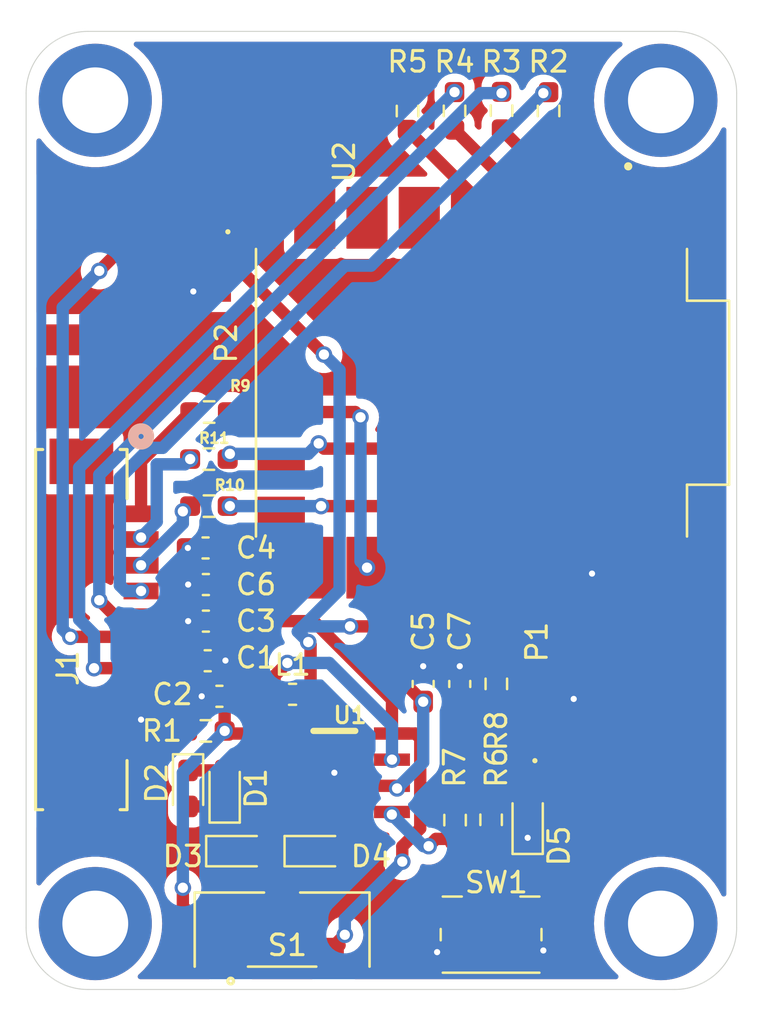
<source format=kicad_pcb>
(kicad_pcb (version 20240108) (generator "pcbnew") (generator_version "8.0")
  (layers (0 "F.Cu" signal) (31 "B.Cu" signal) (34 "B.Paste" user) (35 "F.Paste" user) (36 "B.SilkS" user "B.Silkscreen") (37 "F.SilkS" user "F.Silkscreen") (38 "B.Mask" user) (39 "F.Mask" user) (44 "Edge.Cuts" user))
  (net 0 "")
  (net 1 "Net-(C1-Pad1)")
  (net 2 "Earth")
  (net 3 "B_VIN")
  (net 4 "B_VOUT")
  (net 5 "BAT")
  (net 6 "Net-(C7-Pad1)")
  (net 7 "Net-(D1-A)")
  (net 8 "Net-(D1-K)")
  (net 9 "Net-(D3-A)")
  (net 10 "Net-(D5-A)")
  (net 11 "/DRDY")
  (net 12 "5VCC")
  (net 13 "/RESET")
  (net 14 "/SYNC{slash}PDWN")
  (net 15 "/CS")
  (net 17 "/DIN")
  (net 18 "/DOUT")
  (net 19 "/SCLK")
  (net 20 "Net-(U1-SW)")
  (net 21 "Net-(U2-A0{slash}D0)")
  (net 22 "Net-(U2-A1{slash}D1)")
  (net 23 "Net-(U2-A2{slash}D2)")
  (net 24 "Net-(U2-A3{slash}D3)")
  (net 25 "Net-(U1-KEY)")
  (net 26 "Net-(R7-Pad2)")
  (net 27 "Net-(U2-D8{slash}SCK)")
  (net 28 "Net-(U2-D9{slash}MISO)")
  (net 29 "Net-(U2-D10{slash}MOSI)")
  (footprint "Capacitor_SMD:C_0603_1608Metric_Pad1.08x0.95mm_HandSolder" (layer "F.Cu") (at 146.496 81.935)
    (property "Reference" "C1" (at 2.348 -0.147 0) (layer "F.SilkS"))
    (property "Value" "10u")
    (fp_line (start -0.146267 -0.51) (end 0.146267 -0.51) (stroke (width 0.12)) (layer "F.SilkS"))
    (fp_line (start -0.146267 0.51) (end 0.146267 0.51) (stroke (width 0.12)) (layer "F.SilkS"))
    (pad "1" smd roundrect (at -0.8625 0) (size 1.075 0.95) (layers "F.Cu" "F.Paste" "F.Mask") (net 1 "Net-(C1-Pad1)"))
    (pad "2" smd roundrect (at 0.8625 0) (size 1.075 0.95) (layers "F.Cu" "F.Paste" "F.Mask") (net 2 "Earth"))
  )
  (footprint "Capacitor_SMD:C_0603_1608Metric_Pad1.08x0.95mm_HandSolder" (layer "F.Cu") (at 146.3925 76.454 180)
    (property "Reference" "C4" (at -2.4515 0 180) (layer "F.SilkS"))
    (property "Value" "22u")
    (fp_line (start -0.146267 0.51) (end 0.146267 0.51) (stroke (width 0.12)) (layer "F.SilkS"))
    (fp_line (start -0.146267 -0.51) (end 0.146267 -0.51) (stroke (width 0.12)) (layer "F.SilkS"))
    (pad "1" smd roundrect (at -0.8625 0 180) (size 1.075 0.95) (layers "F.Cu" "F.Paste" "F.Mask") (net 4 "B_VOUT"))
    (pad "2" smd roundrect (at 0.8625 0 180) (size 1.075 0.95) (layers "F.Cu" "F.Paste" "F.Mask") (net 2 "Earth"))
  )
  (footprint "Resistor_SMD:R_0603_1608Metric_Pad0.98x0.95mm_HandSolder" (layer "F.Cu") (at 158.496 55.217334 -90)
    (property "Reference" "R4" (at -2.385334 0 180) (layer "F.SilkS"))
    (property "Value" "100")
    (fp_line (start -0.254724 0.5225) (end 0.254724 0.5225) (stroke (width 0.12)) (layer "F.SilkS"))
    (fp_line (start -0.254724 -0.5225) (end 0.254724 -0.5225) (stroke (width 0.12)) (layer "F.SilkS"))
    (pad "1" smd roundrect (at -0.9125 0 270) (size 0.975 0.95) (layers "F.Cu" "F.Paste" "F.Mask") (net 14 "/SYNC{slash}PDWN"))
    (pad "2" smd roundrect (at 0.9125 0 270) (size 0.975 0.95) (layers "F.Cu" "F.Paste" "F.Mask") (net 23 "Net-(U2-A2{slash}D2)"))
  )
  (footprint "daFootprints:102010448" (layer "F.Cu") (at 159.3205 68.9125 -90)
    (property "Reference" "U2" (at -11.2225 6.1875 90) (layer "F.SilkS"))
    (property "Value" "102010448")
    (fp_line (start 6.9837 10.4775) (end -6.9837 10.4775) (stroke (width 0.127)) (layer "F.SilkS"))
    (fp_line (start -6.9837 -10.4775) (end -4.47 -10.4775) (stroke (width 0.127)) (layer "F.SilkS"))
    (fp_line (start -4.47 -10.4775) (end -4.47 -12.5225) (stroke (width 0.127)) (layer "F.SilkS"))
    (fp_line (start 4.47 -10.4775) (end 6.9837 -10.4775) (stroke (width 0.127)) (layer "F.SilkS"))
    (fp_line (start -4.47 -12.5225) (end 4.47 -12.5225) (stroke (width 0.127)) (layer "F.SilkS"))
    (fp_line (start 4.47 -12.5225) (end 4.47 -10.4775) (stroke (width 0.127)) (layer "F.SilkS"))
    (fp_circle (center -11 -7.62) (end -10.9 -7.62) (stroke (width 0.2)) (fill none) (layer "F.SilkS"))
    (pad "0" smd roundrect (at -8.5 -7.62 270) (size 3 2) (layers "F.Cu" "F.Paste" "F.Mask") (roundrect_rratio 0.015) (net 21 "Net-(U2-A0{slash}D0)"))
    (pad "1" smd roundrect (at -8.5 -5.08 270) (size 3 2) (layers "F.Cu" "F.Paste" "F.Mask") (roundrect_rratio 0.015) (net 22 "Net-(U2-A1{slash}D1)"))
    (pad "2" smd roundrect (at -8.5 -2.54 270) (size 3 2) (layers "F.Cu" "F.Paste" "F.Mask") (roundrect_rratio 0.015) (net 23 "Net-(U2-A2{slash}D2)"))
    (pad "3" smd roundrect (at -8.5 0 270) (size 3 2) (layers "F.Cu" "F.Paste" "F.Mask") (roundrect_rratio 0.015) (net 24 "Net-(U2-A3{slash}D3)"))
    (pad "3V3" smd roundrect (at 8.5 -2.54 270) (size 3 2) (layers "F.Cu" "F.Paste" "F.Mask") (roundrect_rratio 0.015))
    (pad "4" smd roundrect (at -8.5 2.54 270) (size 3 2) (layers "F.Cu" "F.Paste" "F.Mask") (roundrect_rratio 0.015))
    (pad "5" smd roundrect (at -8.5 5.08 270) (size 3 2) (layers "F.Cu" "F.Paste" "F.Mask") (roundrect_rratio 0.015))
    (pad "6" smd roundrect (at -8.5 7.62 270) (size 3 2) (layers "F.Cu" "F.Paste" "F.Mask") (roundrect_rratio 0.015))
    (pad "7" smd roundrect (at 8.5 7.62 270) (size 3 2) (layers "F.Cu" "F.Paste" "F.Mask") (roundrect_rratio 0.015))
    (pad "8" smd roundrect (at 8.5 5.08 270) (size 3 2) (layers "F.Cu" "F.Paste" "F.Mask") (roundrect_rratio 0.015) (net 27 "Net-(U2-D8{slash}SCK)"))
    (pad "9" smd roundrect (at 8.5 2.54 270) (size 3 2) (layers "F.Cu" "F.Paste" "F.Mask") (roundrect_rratio 0.015) (net 28 "Net-(U2-D9{slash}MISO)"))
    (pad "10" smd roundrect (at 8.5 0 270) (size 3 2) (layers "F.Cu" "F.Paste" "F.Mask") (roundrect_rratio 0.015) (net 29 "Net-(U2-D10{slash}MOSI)"))
    (pad "BAT_N" smd roundrect (at -4.5 -2.2 270) (size 2.3 1.3) (layers "F.Cu" "F.Paste" "F.Mask") (roundrect_rratio 0.02))
    (pad "BAT_P" smd roundrect (at -4.5 -0.3 270) (size 2.3 1.3) (layers "F.Cu" "F.Paste" "F.Mask") (roundrect_rratio 0.02))
    (pad "GND" smd roundrect (at 8.5 -5.08 270) (size 3 2) (layers "F.Cu" "F.Paste" "F.Mask") (roundrect_rratio 0.015) (net 2 "Earth"))
    (pad "NFC1" smd roundrect (at 3.8 9.25 270) (size 1.3 2.3) (layers "F.Cu" "F.Paste" "F.Mask") (roundrect_rratio 0.02))
    (pad "NFC2" smd roundrect (at 5.7 9.25 270) (size 1.3 2.3) (layers "F.Cu" "F.Paste" "F.Mask") (roundrect_rratio 0.02))
    (pad "TP1" smd circle (at 1.27 -5.85 270) (size 1.5 1.5) (layers "F.Cu" "F.Paste" "F.Mask"))
    (pad "TP2" smd circle (at -1.27 -5.85 270) (size 1.5 1.5) (layers "F.Cu" "F.Paste" "F.Mask"))
    (pad "TP3" smd circle (at 1.27 -8.39 270) (size 1.5 1.5) (layers "F.Cu" "F.Paste" "F.Mask"))
    (pad "TP5" smd circle (at -1.27 -8.39 270) (size 1.5 1.5) (layers "F.Cu" "F.Paste" "F.Mask"))
    (pad "VUSB" smd roundrect (at 8.5 -7.62 270) (size 3 2) (layers "F.Cu" "F.Paste" "F.Mask") (roundrect_rratio 0.015) (net 12 "5VCC"))
    (zone (net 0) (net_name "") (layer "F.Cu") (connect_pads (clearance 0)) (min_thickness 0.01)
      (keepout (tracks not_allowed) (vias not_allowed) (pads not_allowed) (copperpour not_allowed) (footprints allowed))
      (fill (thermal_gap 0.508) (thermal_bridge_width 0.508))
      (polygon (pts (xy 165.8385 63.6955) (xy 165.8385 65.4735) (xy 163.1715 65.4735) (xy 163.1715 63.6955)))
    )
    (zone (net 0) (net_name "") (layer "F.Cu") (connect_pads (clearance 0)) (min_thickness 0.01)
      (keepout (tracks not_allowed) (vias not_allowed) (pads not_allowed) (copperpour not_allowed) (footprints allowed))
      (fill (thermal_gap 0.508) (thermal_bridge_width 0.508))
      (polygon (pts (xy 165.8385 72.3315) (xy 165.8385 74.1095) (xy 163.1715 74.1095) (xy 163.1715 72.3315)))
    )
    (zone (net 0) (net_name "") (layer "F.Cu") (connect_pads (clearance 0)) (min_thickness 0.01)
      (keepout (tracks not_allowed) (vias not_allowed) (pads not_allowed) (copperpour not_allowed) (footprints allowed))
      (fill (thermal_gap 0.508) (thermal_bridge_width 0.508))
      (polygon (pts (xy 169.9025 63.6955) (xy 169.9025 65.4735) (xy 167.2355 65.4735) (xy 167.2355 63.6955)))
    )
    (zone (net 0) (net_name "") (layer "F.Cu") (connect_pads (clearance 0)) (min_thickness 0.01)
      (keepout (tracks not_allowed) (vias not_allowed) (pads not_allowed) (copperpour not_allowed) (footprints allowed))
      (fill (thermal_gap 0.508) (thermal_bridge_width 0.508))
      (polygon (pts (xy 169.9025 72.3315) (xy 169.9025 74.1095) (xy 167.2355 74.1095) (xy 167.2355 72.3315)))
    )
  )
  (footprint "Capacitor_SMD:C_0603_1608Metric_Pad1.08x0.95mm_HandSolder" (layer "F.Cu") (at 146.4075 78.232 180)
    (property "Reference" "C6" (at -2.4365 0 180) (layer "F.SilkS"))
    (property "Value" "22u")
    (fp_line (start -0.146267 0.51) (end 0.146267 0.51) (stroke (width 0.12)) (layer "F.SilkS"))
    (fp_line (start -0.146267 -0.51) (end 0.146267 -0.51) (stroke (width 0.12)) (layer "F.SilkS"))
    (pad "1" smd roundrect (at -0.8625 0 180) (size 1.075 0.95) (layers "F.Cu" "F.Paste" "F.Mask") (net 4 "B_VOUT"))
    (pad "2" smd roundrect (at 0.8625 0 180) (size 1.075 0.95) (layers "F.Cu" "F.Paste" "F.Mask") (net 2 "Earth"))
  )
  (footprint "MountingHole:MountingHole_3.2mm_M3_ISO14580_Pad_TopBottom" (layer "F.Cu") (at 168.53 54.705)
    (property "Reference" "H1" (hide yes))
    (property "Value" "MountingHole" (hide yes))
    (pad "1" thru_hole circle (at 0 0) (size 3.6 3.6) (drill 3.2) (layers "*.Cu" "*.Mask"))
    (pad "1" connect circle (at 0 0) (size 5.5 5.5) (layers "F.Cu" "F.Mask"))
    (pad "1" connect circle (at 0 0) (size 5.5 5.5) (layers "B.Cu" "B.Mask"))
  )
  (footprint "LED_SMD:LED_0603_1608Metric_Pad1.05x0.95mm_HandSolder" (layer "F.Cu") (at 147.32 88.138 90)
    (property "Reference" "D1" (at 0 1.524 90) (layer "F.SilkS"))
    (property "Value" "25%")
    (fp_line (start 0.8 -0.735) (end -1.66 -0.735) (stroke (width 0.12)) (layer "F.SilkS"))
    (fp_line (start -1.66 -0.735) (end -1.66 0.735) (stroke (width 0.12)) (layer "F.SilkS"))
    (fp_line (start -1.66 0.735) (end 0.8 0.735) (stroke (width 0.12)) (layer "F.SilkS"))
    (pad "1" smd roundrect (at -0.875 0 90) (size 1.05 0.95) (layers "F.Cu" "F.Paste" "F.Mask") (net 8 "Net-(D1-K)"))
    (pad "2" smd roundrect (at 0.875 0 90) (size 1.05 0.95) (layers "F.Cu" "F.Paste" "F.Mask") (net 7 "Net-(D1-A)"))
  )
  (footprint "Resistor_SMD:R_0603_1608Metric_Pad0.98x0.95mm_HandSolder" (layer "F.Cu") (at 160.274 89.662 90)
    (property "Reference" "R6" (at 2.54 0.254 90) (layer "F.SilkS"))
    (property "Value" "10K")
    (fp_line (start -0.254724 -0.5225) (end 0.254724 -0.5225) (stroke (width 0.12)) (layer "F.SilkS"))
    (fp_line (start -0.254724 0.5225) (end 0.254724 0.5225) (stroke (width 0.12)) (layer "F.SilkS"))
    (pad "1" smd roundrect (at -0.9125 0 90) (size 0.975 0.95) (layers "F.Cu" "F.Paste" "F.Mask") (net 25 "Net-(U1-KEY)"))
    (pad "2" smd roundrect (at 0.9125 0 90) (size 0.975 0.95) (layers "F.Cu" "F.Paste" "F.Mask") (net 10 "Net-(D5-A)"))
  )
  (footprint "Capacitor_SMD:C_0603_1608Metric_Pad1.08x0.95mm_HandSolder" (layer "F.Cu") (at 147.066 83.662 180)
    (property "Reference" "C2" (at 2.286 0.096 180) (layer "F.SilkS"))
    (property "Value" "10u")
    (fp_line (start -0.146267 0.51) (end 0.146267 0.51) (stroke (width 0.12)) (layer "F.SilkS"))
    (fp_line (start -0.146267 -0.51) (end 0.146267 -0.51) (stroke (width 0.12)) (layer "F.SilkS"))
    (pad "1" smd roundrect (at -0.8625 0 180) (size 1.075 0.95) (layers "F.Cu" "F.Paste" "F.Mask") (net 3 "B_VIN"))
    (pad "2" smd roundrect (at 0.8625 0 180) (size 1.075 0.95) (layers "F.Cu" "F.Paste" "F.Mask") (net 2 "Earth"))
  )
  (footprint "LED_SMD:LED_0603_1608Metric_Pad1.05x0.95mm_HandSolder" (layer "F.Cu") (at 148.082 91.186)
    (property "Reference" "D3" (at -2.794 0.254 360) (layer "F.SilkS"))
    (property "Value" "75%")
    (fp_line (start -1.66 -0.735) (end -1.66 0.735) (stroke (width 0.12)) (layer "F.SilkS"))
    (fp_line (start -1.66 0.735) (end 0.8 0.735) (stroke (width 0.12)) (layer "F.SilkS"))
    (fp_line (start 0.8 -0.735) (end -1.66 -0.735) (stroke (width 0.12)) (layer "F.SilkS"))
    (pad "1" smd roundrect (at -0.875 0) (size 1.05 0.95) (layers "F.Cu" "F.Paste" "F.Mask") (net 8 "Net-(D1-K)"))
    (pad "2" smd roundrect (at 0.875 0) (size 1.05 0.95) (layers "F.Cu" "F.Paste" "F.Mask") (net 9 "Net-(D3-A)"))
  )
  (footprint "Capacitor_SMD:C_0603_1608Metric_Pad1.08x0.95mm_HandSolder" (layer "F.Cu") (at 158.75 83.063 90)
    (property "Reference" "C7" (at 2.545 0 90) (layer "F.SilkS"))
    (property "Value" "10u")
    (fp_line (start -0.146267 -0.51) (end 0.146267 -0.51) (stroke (width 0.12)) (layer "F.SilkS"))
    (fp_line (start -0.146267 0.51) (end 0.146267 0.51) (stroke (width 0.12)) (layer "F.SilkS"))
    (pad "1" smd roundrect (at -0.8625 0 90) (size 1.075 0.95) (layers "F.Cu" "F.Paste" "F.Mask") (net 6 "Net-(C7-Pad1)"))
    (pad "2" smd roundrect (at 0.8625 0 90) (size 1.075 0.95) (layers "F.Cu" "F.Paste" "F.Mask") (net 2 "Earth"))
  )
  (footprint "Resistor_SMD:R_0603_1608Metric_Pad0.98x0.95mm_HandSolder" (layer "F.Cu") (at 163.068 55.2215 -90)
    (property "Reference" "R2" (at -2.3895 0 180) (layer "F.SilkS"))
    (property "Value" "100")
    (fp_line (start -0.254724 0.5225) (end 0.254724 0.5225) (stroke (width 0.12)) (layer "F.SilkS"))
    (fp_line (start -0.254724 -0.5225) (end 0.254724 -0.5225) (stroke (width 0.12)) (layer "F.SilkS"))
    (pad "1" smd roundrect (at -0.9125 0 270) (size 0.975 0.95) (layers "F.Cu" "F.Paste" "F.Mask") (net 11 "/DRDY"))
    (pad "2" smd roundrect (at 0.9125 0 270) (size 0.975 0.95) (layers "F.Cu" "F.Paste" "F.Mask") (net 21 "Net-(U2-A0{slash}D0)"))
  )
  (footprint "MountingHole:MountingHole_3.2mm_M3_ISO14580_Pad_TopBottom" (layer "F.Cu") (at 141.03 54.705)
    (property "Reference" "H2" (hide yes))
    (property "Value" "MountingHole" (hide yes))
    (pad "1" thru_hole circle (at 0 0) (size 3.6 3.6) (drill 3.2) (layers "*.Cu" "*.Mask"))
    (pad "1" connect circle (at 0 0) (size 5.5 5.5) (layers "F.Cu" "F.Mask"))
    (pad "1" connect circle (at 0 0) (size 5.5 5.5) (layers "B.Cu" "B.Mask"))
  )
  (footprint "daFootprints:CONN_532610001" (layer "F.Cu") (at 140.3515 80.421 90)
    (property "Reference" "J1" (at -1.875 -0.6515 90) (layer "F.SilkS"))
    (property "Value" "532611071")
    (fp_circle (center 9.3853 2.9045) (end 9.7663 2.9045) (stroke (width 0.508)) (fill none) (layer "B.SilkS"))
    (fp_line (start 8.7503 -2.2225) (end -8.7503 -2.2225) (stroke (width 0.1524)) (layer "F.SilkS"))
    (fp_line (start -8.7503 -2.2225) (end -8.7503 -1.877639) (stroke (width 0.1524)) (layer "F.SilkS"))
    (fp_line (start 8.7503 -1.877639) (end 8.7503 -2.2225) (stroke (width 0.1524)) (layer "F.SilkS"))
    (fp_line (start -8.7503 1.886641) (end -8.7503 2.2225) (stroke (width 0.1524)) (layer "F.SilkS"))
    (fp_line (start 8.7503 2.2225) (end 8.7503 1.886641) (stroke (width 0.1524)) (layer "F.SilkS"))
    (fp_line (start 6.36414 2.2225) (end 8.7503 2.2225) (stroke (width 0.1524)) (layer "F.SilkS"))
    (fp_line (start -8.7503 2.2225) (end -6.36414 2.2225) (stroke (width 0.1524)) (layer "F.SilkS"))
    (fp_circle (center 9.3853 2.9045) (end 9.7663 2.9045) (stroke (width 0.508)) (fill none) (layer "F.SilkS"))
    (pad "1" smd rect (at 5.625 2.9045 90) (size 0.8128 1.7018) (layers "F.Cu" "F.Paste" "F.Mask") (net 19 "/SCLK"))
    (pad "2" smd rect (at 4.375 2.9045 90) (size 0.8128 1.7018) (layers "F.Cu" "F.Paste" "F.Mask") (net 17 "/DIN"))
    (pad "3" smd rect (at 3.125 2.9045 90) (size 0.8128 1.7018) (layers "F.Cu" "F.Paste" "F.Mask") (net 18 "/DOUT"))
    (pad "4" smd rect (at 1.875 2.9045 90) (size 0.8128 1.7018) (layers "F.Cu" "F.Paste" "F.Mask") (net 11 "/DRDY"))
    (pad "5" smd rect (at 0.625 2.9045 90) (size 0.8128 1.7018) (layers "F.Cu" "F.Paste" "F.Mask") (net 15 "/CS"))
    (pad "6" smd rect (at -0.625 2.9045 90) (size 0.8128 1.7018) (layers "F.Cu" "F.Paste" "F.Mask") (net 13 "/RESET"))
    (pad "7" smd rect (at -1.875 2.9045 90) (size 0.8128 1.7018) (layers "F.Cu" "F.Paste" "F.Mask") (net 14 "/SYNC{slash}PDWN"))
    (pad "8" smd rect (at -3.125 2.9045 90) (size 0.8128 1.7018) (layers "F.Cu" "F.Paste" "F.Mask"))
    (pad "9" smd rect (at -4.375 2.9045 90) (size 0.8128 1.7018) (layers "F.Cu" "F.Paste" "F.Mask") (net 2 "Earth"))
    (pad "10" smd rect (at -5.625 2.9045 90) (size 0.8128 1.7018) (layers "F.Cu" "F.Paste" "F.Mask") (net 12 "5VCC"))
    (pad "11" smd rect (at -8.175 0.004501 90) (size 2.2098 3.0988) (layers "F.Cu" "F.Paste" "F.Mask"))
    (pad "12" smd rect (at 8.175 0.004501 90) (size 2.2098 3.0988) (layers "F.Cu" "F.Paste" "F.Mask"))
  )
  (footprint "daFootprints:IP5306" (layer "F.Cu") (at 152.654 87.376 -90)
    (property "Reference" "U1" (at -2.794 -0.762 180) (layer "F.SilkS") (effects (font (size 0.8 0.8))))
    (property "Value" "IP5306")
    (fp_line (start -2.032 1.016) (end -2.032 -1.016) (stroke (width 0.3048)) (layer "F.SilkS"))
    (pad "1" smd rect (at -1.905 2.8 270) (size 0.6 1.75) (layers "F.Cu" "F.Paste" "F.Mask") (net 3 "B_VIN"))
    (pad "2" smd rect (at -0.635 2.8 270) (size 0.6 1.75) (layers "F.Cu" "F.Paste" "F.Mask") (net 7 "Net-(D1-A)"))
    (pad "3" smd rect (at 0.635 2.8 270) (size 0.6 1.75) (layers "F.Cu" "F.Paste" "F.Mask") (net 9 "Net-(D3-A)"))
    (pad "4" smd rect (at 1.905 2.8 270) (size 0.6 1.75) (layers "F.Cu" "F.Paste" "F.Mask") (net 8 "Net-(D1-K)"))
    (pad "5" smd rect (at 1.905 -2.8 270) (size 0.6 1.75) (layers "F.Cu" "F.Paste" "F.Mask") (net 25 "Net-(U1-KEY)"))
    (pad "6" smd rect (at 0.635 -2.8 270) (size 0.6 1.75) (layers "F.Cu" "F.Paste" "F.Mask") (net 5 "BAT"))
    (pad "7" smd rect (at -0.635 -2.8 270) (size 0.6 1.75) (layers "F.Cu" "F.Paste" "F.Mask") (net 20 "Net-(U1-SW)"))
    (pad "8" smd rect (at -1.905 -2.8 270) (size 0.6 1.75) (layers "F.Cu" "F.Paste" "F.Mask") (net 4 "B_VOUT"))
    (pad "EXP" smd rect (at 0 0 270) (size 3.3 2.41) (layers "F.Cu" "F.Mask") (net 2 "Earth"))
  )
  (footprint "Resistor_SMD:R_0603_1608Metric_Pad0.98x0.95mm_HandSolder" (layer "F.Cu") (at 146.4075 85.344 180)
    (property "Reference" "R1" (at 2.1355 0 180) (layer "F.SilkS"))
    (property "Value" "10K")
    (fp_line (start -0.254724 0.5225) (end 0.254724 0.5225) (stroke (width 0.12)) (layer "F.SilkS"))
    (fp_line (start -0.254724 -0.5225) (end 0.254724 -0.5225) (stroke (width 0.12)) (layer "F.SilkS"))
    (pad "1" smd roundrect (at -0.9125 0 180) (size 0.975 0.95) (layers "F.Cu" "F.Paste" "F.Mask") (net 3 "B_VIN"))
    (pad "2" smd roundrect (at 0.9125 0 180) (size 0.975 0.95) (layers "F.Cu" "F.Paste" "F.Mask") (net 1 "Net-(C1-Pad1)"))
  )
  (footprint "LED_SMD:LED_0603_1608Metric_Pad1.05x0.95mm_HandSolder" (layer "F.Cu") (at 162.052 89.662 90)
    (property "Reference" "D5" (at -1.27 1.524 90) (layer "F.SilkS"))
    (property "Value" "LED")
    (fp_line (start 0.8 -0.735) (end -1.66 -0.735) (stroke (width 0.12)) (layer "F.SilkS"))
    (fp_line (start -1.66 -0.735) (end -1.66 0.735) (stroke (width 0.12)) (layer "F.SilkS"))
    (fp_line (start -1.66 0.735) (end 0.8 0.735) (stroke (width 0.12)) (layer "F.SilkS"))
    (pad "1" smd roundrect (at -0.875 0 90) (size 1.05 0.95) (layers "F.Cu" "F.Paste" "F.Mask") (net 2 "Earth"))
    (pad "2" smd roundrect (at 0.875 0 90) (size 1.05 0.95) (layers "F.Cu" "F.Paste" "F.Mask") (net 10 "Net-(D5-A)"))
  )
  (footprint "Inductor_SMD:L_0603_1608Metric_Pad1.05x0.95mm_HandSolder" (layer "F.Cu") (at 150.622 83.566)
    (property "Reference" "L1" (at 0 -1.43 0) (layer "F.SilkS"))
    (property "Value" "1uH")
    (fp_line (start -0.171267 -0.51) (end 0.171267 -0.51) (stroke (width 0.12)) (layer "F.SilkS"))
    (fp_line (start -0.171267 0.51) (end 0.171267 0.51) (stroke (width 0.12)) (layer "F.SilkS"))
    (pad "1" smd roundrect (at -0.875 0) (size 1.05 0.95) (layers "F.Cu" "F.Paste" "F.Mask") (net 20 "Net-(U1-SW)"))
    (pad "2" smd roundrect (at 0.875 0) (size 1.05 0.95) (layers "F.Cu" "F.Paste" "F.Mask") (net 5 "BAT"))
  )
  (footprint "LED_SMD:LED_0603_1608Metric_Pad1.05x0.95mm_HandSolder" (layer "F.Cu") (at 151.892 91.186)
    (property "Reference" "D4" (at 2.54 0.254 360) (layer "F.SilkS"))
    (property "Value" "100%")
    (fp_line (start -1.66 -0.735) (end -1.66 0.735) (stroke (width 0.12)) (layer "F.SilkS"))
    (fp_line (start -1.66 0.735) (end 0.8 0.735) (stroke (width 0.12)) (layer "F.SilkS"))
    (fp_line (start 0.8 -0.735) (end -1.66 -0.735) (stroke (width 0.12)) (layer "F.SilkS"))
    (pad "1" smd roundrect (at -0.875 0) (size 1.05 0.95) (layers "F.Cu" "F.Paste" "F.Mask") (net 9 "Net-(D3-A)"))
    (pad "2" smd roundrect (at 0.875 0) (size 1.05 0.95) (layers "F.Cu" "F.Paste" "F.Mask") (net 8 "Net-(D1-K)"))
  )
  (footprint "Resistor_SMD:R_0603_1608Metric_Pad0.98x0.95mm_HandSolder" (layer "F.Cu") (at 160.782 55.204836 -90)
    (property "Reference" "R3" (at -2.372836 0 180) (layer "F.SilkS"))
    (property "Value" "100")
    (fp_line (start -0.254724 0.5225) (end 0.254724 0.5225) (stroke (width 0.12)) (layer "F.SilkS"))
    (fp_line (start -0.254724 -0.5225) (end 0.254724 -0.5225) (stroke (width 0.12)) (layer "F.SilkS"))
    (pad "1" smd roundrect (at -0.9125 0 270) (size 0.975 0.95) (layers "F.Cu" "F.Paste" "F.Mask") (net 15 "/CS"))
    (pad "2" smd roundrect (at 0.9125 0 270) (size 0.975 0.95) (layers "F.Cu" "F.Paste" "F.Mask") (net 22 "Net-(U2-A1{slash}D1)"))
  )
  (footprint "LED_SMD:LED_0603_1608Metric_Pad1.05x0.95mm_HandSolder" (layer "F.Cu") (at 145.542 88.138 -90)
    (property "Reference" "D2" (at -0.254 1.524 90) (layer "F.SilkS"))
    (property "Value" "50%")
    (fp_line (start -1.66 0.735) (end 0.8 0.735) (stroke (width 0.12)) (layer "F.SilkS"))
    (fp_line (start -1.66 -0.735) (end -1.66 0.735) (stroke (width 0.12)) (layer "F.SilkS"))
    (fp_line (start 0.8 -0.735) (end -1.66 -0.735) (stroke (width 0.12)) (layer "F.SilkS"))
    (pad "1" smd roundrect (at -0.875 0 270) (size 1.05 0.95) (layers "F.Cu" "F.Paste" "F.Mask") (net 7 "Net-(D1-A)"))
    (pad "2" smd roundrect (at 0.875 0 270) (size 1.05 0.95) (layers "F.Cu" "F.Paste" "F.Mask") (net 8 "Net-(D1-K)"))
  )
  (footprint "Button_Switch_SMD:Panasonic_EVQPUJ_EVQPUA" (layer "F.Cu") (at 160.274 95.242)
    (property "Reference" "SW1" (at 0.254 -2.532 360) (layer "F.SilkS"))
    (property "Value" "SW_Push")
    (fp_line (start -2.45 0.275) (end -2.45 -0.275) (stroke (width 0.12)) (layer "F.SilkS"))
    (fp_line (start -1.425 -1.85) (end -2.35 -1.85) (stroke (width 0.12)) (layer "F.SilkS"))
    (fp_line (start 2.35 -1.85) (end 1.425 -1.85) (stroke (width 0.12)) (layer "F.SilkS"))
    (fp_line (start 2.35 1.85) (end -2.35 1.85) (stroke (width 0.12)) (layer "F.SilkS"))
    (fp_line (start 2.45 0.275) (end 2.45 -0.275) (stroke (width 0.12)) (layer "F.SilkS"))
    (pad "1" smd rect (at -2.625 -0.85 180) (size 1.55 1) (layers "F.Cu" "F.Paste" "F.Mask") (net 26 "Net-(R7-Pad2)"))
    (pad "1" smd rect (at 2.625 -0.85 180) (size 1.55 1) (layers "F.Cu" "F.Paste" "F.Mask") (net 26 "Net-(R7-Pad2)"))
    (pad "2" smd rect (at -2.625 0.85 180) (size 1.55 1) (layers "F.Cu" "F.Paste" "F.Mask") (net 2 "Earth"))
    (pad "2" smd rect (at 2.625 0.85 180) (size 1.55 1) (layers "F.Cu" "F.Paste" "F.Mask") (net 2 "Earth"))
  )
  (footprint "daFootprintsBX:JST_S2B-PH-SM4-TB" (layer "F.Cu") (at 145.877 62.992 90)
    (property "Reference" "P2" (at -3.51 1.52 90) (layer "F.SilkS") (effects (font (size 1.001386 1.001386))))
    (property "Value" "S2B-PH-SM4-TB")
    (fp_circle (center 1.9 1.6) (end 2.027 1.6) (fill solid) (layer "F.SilkS"))
    (pad "1" smd rect (at 1 0 90) (size 1 3.5) (layers "F.Cu" "F.Paste" "F.Mask") (net 5 "BAT"))
    (pad "2" smd rect (at -1 0 90) (size 1 3.5) (layers "F.Cu" "F.Paste" "F.Mask") (net 2 "Earth"))
    (pad "P1" smd rect (at 3.35 -5.75 90) (size 1.5 3.4) (layers "F.Cu" "F.Paste" "F.Mask"))
    (pad "P2" smd rect (at -3.35 -5.75 90) (size 1.5 3.4) (layers "F.Cu" "F.Paste" "F.Mask"))
  )
  (footprint "Capacitor_SMD:C_0603_1608Metric_Pad1.08x0.95mm_HandSolder" (layer "F.Cu") (at 156.972 83.063 90)
    (property "Reference" "C5" (at 2.545 0 90) (layer "F.SilkS"))
    (property "Value" "10u")
    (fp_line (start -0.146267 -0.51) (end 0.146267 -0.51) (stroke (width 0.12)) (layer "F.SilkS"))
    (fp_line (start -0.146267 0.51) (end 0.146267 0.51) (stroke (width 0.12)) (layer "F.SilkS"))
    (pad "1" smd roundrect (at -0.8625 0 90) (size 1.075 0.95) (layers "F.Cu" "F.Paste" "F.Mask") (net 5 "BAT"))
    (pad "2" smd roundrect (at 0.8625 0 90) (size 1.075 0.95) (layers "F.Cu" "F.Paste" "F.Mask") (net 2 "Earth"))
  )
  (footprint "Resistor_SMD:R_0603_1608Metric_Pad0.98x0.95mm_HandSolder" (layer "F.Cu") (at 146.566332 69.85 180)
    (property "Reference" "R9" (at -1.515668 1.27 0) (layer "F.SilkS") (effects (font (size 0.5 0.5) (thickness 0.125))))
    (property "Value" "100")
    (fp_line (start -0.254724 0.5225) (end 0.254724 0.5225) (stroke (width 0.12)) (layer "F.SilkS"))
    (fp_line (start -0.254724 -0.5225) (end 0.254724 -0.5225) (stroke (width 0.12)) (layer "F.SilkS"))
    (pad "1" smd roundrect (at -0.9125 0 180) (size 0.975 0.95) (layers "F.Cu" "F.Paste" "F.Mask") (net 27 "Net-(U2-D8{slash}SCK)"))
    (pad "2" smd roundrect (at 0.9125 0 180) (size 0.975 0.95) (layers "F.Cu" "F.Paste" "F.Mask") (net 19 "/SCLK"))
  )
  (footprint "daFootprintsB1:SW_JS102011JCQN" (layer "F.Cu") (at 150.114 94.996)
    (property "Reference" "S1" (at 0.254 0.762 360) (layer "F.SilkS") (effects (font (size 1.001016 1.001016))))
    (property "Value" "JS102011JCQN")
    (fp_line (start -4.25 -1.8) (end -0.88 -1.8) (stroke (width 0.127)) (layer "F.SilkS"))
    (fp_line (start -4.25 1.8) (end -4.25 -1.8) (stroke (width 0.127)) (layer "F.SilkS"))
    (fp_line (start 0.88 -1.8) (end 4.25 -1.8) (stroke (width 0.127)) (layer "F.SilkS"))
    (fp_line (start 1.66 1.8) (end -1.66 1.8) (stroke (width 0.127)) (layer "F.SilkS"))
    (fp_line (start 4.25 -1.8) (end 4.25 1.8) (stroke (width 0.127)) (layer "F.SilkS"))
    (fp_circle (center -2.5 2.5) (end -2.358581 2.5) (stroke (width 0.1524)) (fill none) (layer "F.SilkS"))
    (pad "1" smd rect (at -2.5 1.2) (size 1 1.6) (layers "F.Cu" "F.Paste" "F.Mask") (net 3 "B_VIN"))
    (pad "2" smd rect (at 0 -1.2) (size 1 1.6) (layers "F.Cu" "F.Paste" "F.Mask") (net 12 "5VCC"))
    (pad "3" smd rect (at 2.5 1.2) (size 1 1.6) (layers "F.Cu" "F.Paste" "F.Mask") (net 4 "B_VOUT"))
  )
  (footprint "Resistor_SMD:R_0603_1608Metric_Pad0.98x0.95mm_HandSolder" (layer "F.Cu") (at 156.21 55.225666 -90)
    (property "Reference" "R5" (at -2.393666 0 180) (layer "F.SilkS"))
    (property "Value" "100")
    (fp_line (start -0.254724 0.5225) (end 0.254724 0.5225) (stroke (width 0.12)) (layer "F.SilkS"))
    (fp_line (start -0.254724 -0.5225) (end 0.254724 -0.5225) (stroke (width 0.12)) (layer "F.SilkS"))
    (pad "1" smd roundrect (at -0.9125 0 270) (size 0.975 0.95) (layers "F.Cu" "F.Paste" "F.Mask") (net 13 "/RESET"))
    (pad "2" smd roundrect (at 0.9125 0 270) (size 0.975 0.95) (layers "F.Cu" "F.Paste" "F.Mask") (net 24 "Net-(U2-A3{slash}D3)"))
  )
  (footprint "Resistor_SMD:R_0603_1608Metric_Pad0.98x0.95mm_HandSolder" (layer "F.Cu") (at 146.558 74.422 180)
    (property "Reference" "R10" (at -1.016 1.016 0) (layer "F.SilkS") (effects (font (size 0.5 0.5) (thickness 0.125))))
    (property "Value" "100")
    (fp_line (start -0.254724 0.5225) (end 0.254724 0.5225) (stroke (width 0.12)) (layer "F.SilkS"))
    (fp_line (start -0.254724 -0.5225) (end 0.254724 -0.5225) (stroke (width 0.12)) (layer "F.SilkS"))
    (pad "1" smd roundrect (at -0.9125 0 180) (size 0.975 0.95) (layers "F.Cu" "F.Paste" "F.Mask") (net 28 "Net-(U2-D9{slash}MISO)"))
    (pad "2" smd roundrect (at 0.9125 0 180) (size 0.975 0.95) (layers "F.Cu" "F.Paste" "F.Mask") (net 18 "/DOUT"))
  )
  (footprint "Resistor_SMD:R_0603_1608Metric_Pad0.98x0.95mm_HandSolder" (layer "F.Cu") (at 160.528 83.058 -90)
    (property "Reference" "R8" (at 2.286 0 90) (layer "F.SilkS"))
    (property "Value" "10K")
    (fp_line (start -0.254724 0.5225) (end 0.254724 0.5225) (stroke (width 0.12)) (layer "F.SilkS"))
    (fp_line (start -0.254724 -0.5225) (end 0.254724 -0.5225) (stroke (width 0.12)) (layer "F.SilkS"))
    (pad "1" smd roundrect (at -0.9125 0 270) (size 0.975 0.95) (layers "F.Cu" "F.Paste" "F.Mask") (net 5 "BAT"))
    (pad "2" smd roundrect (at 0.9125 0 270) (size 0.975 0.95) (layers "F.Cu" "F.Paste" "F.Mask") (net 6 "Net-(C7-Pad1)"))
  )
  (footprint "MountingHole:MountingHole_3.2mm_M3_ISO14580_Pad_TopBottom" (layer "F.Cu") (at 168.53 94.705)
    (property "Reference" "H4" (hide yes))
    (property "Value" "MountingHole" (hide yes))
    (pad "1" thru_hole circle (at 0 0) (size 3.6 3.6) (drill 3.2) (layers "*.Cu" "*.Mask"))
    (pad "1" connect circle (at 0 0) (size 5.5 5.5) (layers "F.Cu" "F.Mask"))
    (pad "1" connect circle (at 0 0) (size 5.5 5.5) (layers "B.Cu" "B.Mask"))
  )
  (footprint "daFootprintsBX:JST_S2B-PH-SM4-TB" (layer "F.Cu") (at 164.003 84.89 -90)
    (property "Reference" "P1" (at -3.864 1.505 90) (layer "F.SilkS") (effects (font (size 1.001386 1.001386))))
    (property "Value" "S2B-PH-SM4-TB")
    (fp_circle (center 1.9 1.6) (end 2.027 1.6) (fill solid) (layer "F.SilkS"))
    (pad "1" smd rect (at 1 0 270) (size 1 3.5) (layers "F.Cu" "F.Paste" "F.Mask") (net 5 "BAT"))
    (pad "2" smd rect (at -1 0 270) (size 1 3.5) (layers "F.Cu" "F.Paste" "F.Mask") (net 2 "Earth"))
    (pad "P1" smd rect (at 3.35 -5.75 270) (size 1.5 3.4) (layers "F.Cu" "F.Paste" "F.Mask"))
    (pad "P2" smd rect (at -3.35 -5.75 270) (size 1.5 3.4) (layers "F.Cu" "F.Paste" "F.Mask"))
  )
  (footprint "MountingHole:MountingHole_3.2mm_M3_ISO14580_Pad_TopBottom" (layer "F.Cu") (at 141.03 94.705)
    (property "Reference" "H3" (hide yes))
    (property "Value" "MountingHole" (hide yes))
    (pad "1" thru_hole circle (at 0 0) (size 3.6 3.6) (drill 3.2) (layers "*.Cu" "*.Mask"))
    (pad "1" connect circle (at 0 0) (size 5.5 5.5) (layers "F.Cu" "F.Mask"))
    (pad "1" connect circle (at 0 0) (size 5.5 5.5) (layers "B.Cu" "B.Mask"))
  )
  (footprint "Resistor_SMD:R_0603_1608Metric_Pad0.98x0.95mm_HandSolder" (layer "F.Cu") (at 158.522 89.677 90)
    (property "Reference" "R7" (at 2.555 -0.026 90) (layer "F.SilkS"))
    (property "Value" "10K")
    (fp_line (start -0.254724 -0.5225) (end 0.254724 -0.5225) (stroke (width 0.12)) (layer "F.SilkS"))
    (fp_line (start -0.254724 0.5225) (end 0.254724 0.5225) (stroke (width 0.12)) (layer "F.SilkS"))
    (pad "1" smd roundrect (at -0.9125 0 90) (size 0.975 0.95) (layers "F.Cu" "F.Paste" "F.Mask") (net 25 "Net-(U1-KEY)"))
    (pad "2" smd roundrect (at 0.9125 0 90) (size 0.975 0.95) (layers "F.Cu" "F.Paste" "F.Mask") (net 26 "Net-(R7-Pad2)"))
  )
  (footprint "Resistor_SMD:R_0603_1608Metric_Pad0.98x0.95mm_HandSolder" (layer "F.Cu") (at 146.553834 72.136 180)
    (property "Reference" "R11" (at -0.258166 1.016 0) (layer "F.SilkS") (effects (font (size 0.5 0.5) (thickness 0.125))))
    (property "Value" "100")
    (fp_line (start -0.254724 0.5225) (end 0.254724 0.5225) (stroke (width 0.12)) (layer "F.SilkS"))
    (fp_line (start -0.254724 -0.5225) (end 0.254724 -0.5225) (stroke (width 0.12)) (layer "F.SilkS"))
    (pad "1" smd roundrect (at -0.9125 0 180) (size 0.975 0.95) (layers "F.Cu" "F.Paste" "F.Mask") (net 29 "Net-(U2-D10{slash}MOSI)"))
    (pad "2" smd roundrect (at 0.9125 0 180) (size 0.975 0.95) (layers "F.Cu" "F.Paste" "F.Mask") (net 17 "/DIN"))
  )
  (footprint "Capacitor_SMD:C_0603_1608Metric_Pad1.08x0.95mm_HandSolder" (layer "F.Cu") (at 146.4075 80.01 180)
    (property "Reference" "C3" (at -2.4365 0 180) (layer "F.SilkS"))
    (property "Value" "22u")
    (fp_line (start -0.146267 0.51) (end 0.146267 0.51) (stroke (width 0.12)) (layer "F.SilkS"))
    (fp_line (start -0.146267 -0.51) (end 0.146267 -0.51) (stroke (width 0.12)) (layer "F.SilkS"))
    (pad "1" smd roundrect (at -0.8625 0 180) (size 1.075 0.95) (layers "F.Cu" "F.Paste" "F.Mask") (net 4 "B_VOUT"))
    (pad "2" smd roundrect (at 0.8625 0 180) (size 1.075 0.95) (layers "F.Cu" "F.Paste" "F.Mask") (net 2 "Earth"))
  )
  (gr_arc (start 169.212 51.356) (mid 171.33332 52.23468) (end 172.212 54.356) (stroke (width 0.05)) (layer "Edge.Cuts"))
  (gr_line (start 169.212 97.90668) (end 140.668 97.90668) (stroke (width 0.05)) (layer "Edge.Cuts"))
  (gr_arc (start 140.668 97.90668) (mid 138.54668 97.028) (end 137.668 94.90668) (stroke (width 0.05)) (layer "Edge.Cuts"))
  (gr_line (start 172.212 54.356) (end 172.212 94.90668) (stroke (width 0.05)) (layer "Edge.Cuts"))
  (gr_arc (start 172.212 94.90668) (mid 171.33332 97.028) (end 169.212 97.90668) (stroke (width 0.05)) (layer "Edge.Cuts"))
  (gr_line (start 137.668 94.90668) (end 137.668 54.356) (stroke (width 0.05)) (layer "Edge.Cuts"))
  (gr_line (start 140.668 51.356) (end 169.212 51.356) (stroke (width 0.05)) (layer "Edge.Cuts"))
  (gr_arc (start 137.668 54.356) (mid 138.54668 52.23468) (end 140.668 51.356) (stroke (width 0.05)) (layer "Edge.Cuts"))
  (segment (start 145.6335 81.935) (end 145.166 82.4025) (width 0.6) (layer "F.Cu") (net 1))
  (segment (start 145.166 85.015) (end 145.495 85.344) (width 0.6) (layer "F.Cu") (net 1))
  (segment (start 145.166 82.4025) (end 145.166 85.015) (width 0.6) (layer "F.Cu") (net 1))
  (via blind (at 156.972 82.2005) (size 0.6) (drill 0.3) (layers "F.Cu" "B.Cu") (net 2))
  (via blind (at 157.649 96.092) (size 0.6) (drill 0.3) (layers "F.Cu" "B.Cu") (net 2))
  (via blind (at 158.75 82.2005) (size 0.6) (drill 0.3) (layers "F.Cu" "B.Cu") (net 2))
  (via blind (at 145.796 63.992) (size 0.6) (drill 0.3) (layers "F.Cu" "B.Cu") (net 2))
  (via blind (at 143.256 84.796) (size 0.6) (drill 0.3) (layers "F.Cu" "B.Cu") (net 2))
  (via blind (at 165.18 77.7) (size 0.6) (drill 0.3) (layers "F.Cu" "B.Cu") (net 2))
  (via blind (at 162.052 90.537) (size 0.6) (drill 0.3) (layers "F.Cu" "B.Cu") (net 2))
  (via blind (at 146.2035 83.662) (size 0.6) (drill 0.3) (layers "F.Cu" "B.Cu") (net 2))
  (via blind (at 162.814 96.012) (size 0.6) (drill 0.3) (layers "F.Cu" "B.Cu") (net 2))
  (via blind (at 147.3585 81.925) (size 0.6) (drill 0.3) (layers "F.Cu" "B.Cu") (net 2))
  (via blind (at 145.545 80.01) (size 0.6) (drill 0.3) (layers "F.Cu" "B.Cu") (net 2))
  (via blind (at 164.29 83.79) (size 0.6) (drill 0.3) (layers "F.Cu" "B.Cu") (net 2))
  (via blind (at 145.545 78.232) (size 0.6) (drill 0.3) (layers "F.Cu" "B.Cu") (net 2))
  (via blind (at 145.53 76.454) (size 0.6) (drill 0.3) (layers "F.Cu" "B.Cu") (net 2))
  (via blind (at 152.654 87.376) (size 0.6) (drill 0.3) (layers "F.Cu" "B.Cu") (net 2))
  (segment (start 145.288 93.87) (end 147.614 96.196) (width 0.6) (layer "F.Cu") (net 3))
  (segment (start 145.288 92.964) (end 145.288 93.87) (width 0.6) (layer "F.Cu") (net 3))
  (segment (start 147.32 85.344) (end 147.32 84.2705) (width 0.6) (layer "F.Cu") (net 3))
  (segment (start 149.854 85.471) (end 147.447 85.471) (width 0.6) (layer "F.Cu") (net 3))
  (segment (start 147.447 85.471) (end 147.32 85.344) (width 0.6) (layer "F.Cu") (net 3))
  (segment (start 147.32 84.2705) (end 147.9285 83.662) (width 0.6) (layer "F.Cu") (net 3))
  (via blind (at 147.32 85.344) (size 0.8) (drill 0.5) (layers "F.Cu" "B.Cu") (net 3))
  (via blind (at 145.288 92.964) (size 0.8) (drill 0.5) (layers "F.Cu" "B.Cu") (net 3))
  (segment (start 145.288 92.964) (end 145.288 87.376) (width 0.6) (layer "B.Cu") (net 3))
  (segment (start 145.288 87.376) (end 147.32 85.344) (width 0.6) (layer "B.Cu") (net 3))
  (segment (start 155.454 85.471) (end 155.454 83.823207) (width 0.6) (layer "F.Cu") (net 4))
  (segment (start 155.956 90.954) (end 156.829 90.081) (width 0.6) (layer "F.Cu") (net 4))
  (segment (start 147.27 78.232) (end 147.27 76.469) (width 0.6) (layer "F.Cu") (net 4))
  (segment (start 155.956 91.694) (end 155.956 90.954) (width 0.6) (layer "F.Cu") (net 4))
  (segment (start 151.640793 80.01) (end 147.27 80.01) (width 0.6) (layer "F.Cu") (net 4))
  (segment (start 147.27 80.01) (end 147.27 78.232) (width 0.6) (layer "F.Cu") (net 4))
  (segment (start 152.614 96.052) (end 152.908 95.758) (width 0.6) (layer "F.Cu") (net 4))
  (segment (start 156.829 85.709) (end 156.591 85.471) (width 0.6) (layer "F.Cu") (net 4))
  (segment (start 156.829 90.081) (end 156.829 85.709) (width 0.6) (layer "F.Cu") (net 4))
  (segment (start 152.614 96.196) (end 152.614 95.798) (width 0.6) (layer "F.Cu") (net 4))
  (segment (start 152.614 96.196) (end 152.614 96.052) (width 0.6) (layer "F.Cu") (net 4))
  (segment (start 152.614 95.798) (end 153.162 95.25) (width 0.6) (layer "F.Cu") (net 4))
  (segment (start 147.27 76.469) (end 147.255 76.454) (width 0.6) (layer "F.Cu") (net 4))
  (segment (start 155.454 83.823207) (end 151.640793 80.01) (width 0.6) (layer "F.Cu") (net 4))
  (segment (start 156.591 85.471) (end 155.454 85.471) (width 0.6) (layer "F.Cu") (net 4))
  (via blind (at 153.162 95.25) (size 0.8) (drill 0.5) (layers "F.Cu" "B.Cu") (net 4))
  (via blind (at 155.956 91.694) (size 0.8) (drill 0.5) (layers "F.Cu" "B.Cu") (net 4))
  (segment (start 153.162 94.488) (end 155.956 91.694) (width 0.6) (layer "B.Cu") (net 4))
  (segment (start 153.162 95.25) (end 153.162 94.488) (width 0.6) (layer "B.Cu") (net 4))
  (segment (start 155.454 88.011) (end 155.575 88.011) (width 0.6) (layer "F.Cu") (net 5))
  (segment (start 150.622 65.532) (end 150.622 65.487) (width 0.6) (layer "F.Cu") (net 5))
  (segment (start 155.997 81.588436) (end 154.672564 80.264) (width 0.6) (layer "F.Cu") (net 5))
  (segment (start 155.575 88.011) (end 155.702 88.138) (width 0.6) (layer "F.Cu") (net 5))
  (segment (start 156.422436 81.163) (end 159.5455 81.163) (width 0.6) (layer "F.Cu") (net 5))
  (segment (start 165.253 85.89) (end 166.253 84.89) (width 0.6) (layer "F.Cu") (net 5))
  (segment (start 155.997 81.588436) (end 156.422436 81.163) (width 0.6) (layer "F.Cu") (net 5))
  (segment (start 151.497 81.139) (end 151.497 83.566) (width 0.6) (layer "F.Cu") (net 5))
  (segment (start 166.253 84.89) (end 166.253 82.89) (width 0.6) (layer "F.Cu") (net 5))
  (segment (start 159.5455 81.163) (end 160.528 82.1455) (width 0.6) (layer "F.Cu") (net 5))
  (segment (start 151.384 81.026) (end 151.497 81.139) (width 0.6) (layer "F.Cu") (net 5))
  (segment (start 154.672564 80.264) (end 153.416 80.264) (width 0.6) (layer "F.Cu") (net 5))
  (segment (start 166.253 82.89) (end 165.5085 82.1455) (width 0.6) (layer "F.Cu") (net 5))
  (segment (start 155.997 82.9505) (end 155.997 81.588436) (width 0.6) (layer "F.Cu") (net 5))
  (segment (start 147.127 61.992) (end 145.877 61.992) (width 0.6) (layer "F.Cu") (net 5))
  (segment (start 165.5085 82.1455) (end 160.528 82.1455) (width 0.6) (layer "F.Cu") (net 5))
  (segment (start 156.972 83.9255) (end 155.997 82.9505) (width 0.6) (layer "F.Cu") (net 5))
  (segment (start 150.622 65.487) (end 147.127 61.992) (width 0.6) (layer "F.Cu") (net 5))
  (segment (start 152.146 67.056) (end 150.622 65.532) (width 0.6) (layer "F.Cu") (net 5))
  (segment (start 164.003 85.89) (end 165.253 85.89) (width 0.6) (layer "F.Cu") (net 5))
  (via blind (at 156.972 83.9255) (size 0.8) (drill 0.5) (layers "F.Cu" "B.Cu") (net 5))
  (via blind (at 153.416 80.264) (size 0.8) (drill 0.5) (layers "F.Cu" "B.Cu") (net 5))
  (via blind (at 155.702 88.138) (size 0.8) (drill 0.5) (layers "F.Cu" "B.Cu") (net 5))
  (via blind (at 152.146 67.056) (size 0.8) (drill 0.5) (layers "F.Cu" "B.Cu") (net 5))
  (via blind (at 151.384 81.026) (size 0.8) (drill 0.5) (layers "F.Cu" "B.Cu") (net 5))
  (segment (start 151.384 81.026) (end 150.876 80.518) (width 0.6) (layer "B.Cu") (net 5))
  (segment (start 155.702 88.138) (end 156.972 86.868) (width 0.6) (layer "B.Cu") (net 5))
  (segment (start 152.908 78.486) (end 150.876 80.518) (width 0.6) (layer "B.Cu") (net 5))
  (segment (start 156.972 86.868) (end 156.972 83.9255) (width 0.6) (layer "B.Cu") (net 5))
  (segment (start 153.416 80.264) (end 151.13 80.264) (width 0.6) (layer "B.Cu") (net 5))
  (segment (start 151.13 80.264) (end 150.876 80.518) (width 0.6) (layer "B.Cu") (net 5))
  (segment (start 152.146 67.056) (end 152.908 67.818) (width 0.6) (layer "B.Cu") (net 5))
  (segment (start 152.908 67.818) (end 152.908 78.486) (width 0.6) (layer "B.Cu") (net 5))
  (segment (start 158.75 83.9255) (end 160.483 83.9255) (width 0.6) (layer "F.Cu") (net 6))
  (segment (start 160.483 83.9255) (end 160.528 83.9705) (width 0.6) (layer "F.Cu") (net 6))
  (segment (start 149.854 86.741) (end 147.842 86.741) (width 0.6) (layer "F.Cu") (net 7))
  (segment (start 147.842 86.741) (end 147.32 87.263) (width 0.6) (layer "F.Cu") (net 7))
  (segment (start 145.542 87.263) (end 147.32 87.263) (width 0.6) (layer "F.Cu") (net 7))
  (segment (start 152.767 91.186) (end 151.792 92.161) (width 0.6) (layer "F.Cu") (net 8))
  (segment (start 145.542 89.013) (end 147.32 89.013) (width 0.6) (layer "F.Cu") (net 8))
  (segment (start 148.182 92.161) (end 147.207 91.186) (width 0.6) (layer "F.Cu") (net 8))
  (segment (start 147.32 91.073) (end 147.207 91.186) (width 0.6) (layer "F.Cu") (net 8))
  (segment (start 150.862 89.281) (end 149.854 89.281) (width 0.6) (layer "F.Cu") (net 8))
  (segment (start 152.767 91.186) (end 150.862 89.281) (width 0.6) (layer "F.Cu") (net 8))
  (segment (start 147.32 89.013) (end 147.32 91.073) (width 0.6) (layer "F.Cu") (net 8))
  (segment (start 151.792 92.161) (end 148.182 92.161) (width 0.6) (layer "F.Cu") (net 8))
  (segment (start 148.949 88.011) (end 148.479 88.481) (width 0.6) (layer "F.Cu") (net 9))
  (segment (start 148.479 88.481) (end 148.479 90.708) (width 0.6) (layer "F.Cu") (net 9))
  (segment (start 149.854 88.011) (end 148.949 88.011) (width 0.6) (layer "F.Cu") (net 9))
  (segment (start 148.479 90.708) (end 148.957 91.186) (width 0.6) (layer "F.Cu") (net 9))
  (segment (start 148.957 91.186) (end 151.017 91.186) (width 0.6) (layer "F.Cu") (net 9))
  (segment (start 162.0145 88.7495) (end 162.052 88.787) (width 0.6) (layer "F.Cu") (net 10))
  (segment (start 160.274 88.7495) (end 162.0145 88.7495) (width 0.6) (layer "F.Cu") (net 10))
  (segment (start 163.068 54.309) (end 162.861 54.309) (width 0.6) (layer "F.Cu") (net 11))
  (segment (start 162.861 54.309) (end 162.814 54.356) (width 0.6) (layer "F.Cu") (net 11))
  (via blind (at 162.814 54.356) (size 0.8) (drill 0.5) (layers "F.Cu" "B.Cu") (net 11))
  (via blind (at 143.256 78.546) (size 0.8) (drill 0.5) (layers "F.Cu" "B.Cu") (net 11))
  (segment (start 143.686629 71.59) (end 142.226529 73.0501) (width 0.6) (layer "B.Cu") (net 11))
  (segment (start 162.814 54.356) (end 154.432 62.738) (width 0.6) (layer "B.Cu") (net 11))
  (segment (start 142.226529 73.0501) (end 142.226529 78.275213) (width 0.6) (layer "B.Cu") (net 11))
  (segment (start 144.31 71.59) (end 143.686629 71.59) (width 0.6) (layer "B.Cu") (net 11))
  (segment (start 154.432 62.738) (end 153.162 62.738) (width 0.6) (layer "B.Cu") (net 11))
  (segment (start 153.162 62.738) (end 144.31 71.59) (width 0.6) (layer "B.Cu") (net 11))
  (segment (start 142.497316 78.546) (end 143.256 78.546) (width 0.6) (layer "B.Cu") (net 11))
  (segment (start 142.226529 78.275213) (end 142.497316 78.546) (width 0.6) (layer "B.Cu") (net 11))
  (segment (start 149.902834 54.313166) (end 141.224 62.992) (width 0.6) (layer "F.Cu") (net 13))
  (segment (start 139.816 80.772) (end 142.982 80.772) (width 0.6) (layer "F.Cu") (net 13))
  (segment (start 156.21 54.313166) (end 149.902834 54.313166) (width 0.6) (layer "F.Cu") (net 13))
  (segment (start 142.982 80.772) (end 143.256 81.046) (width 0.6) (layer "F.Cu") (net 13))
  (via blind (at 141.224 62.992) (size 0.8) (drill 0.5) (layers "F.Cu" "B.Cu") (net 13))
  (via blind (at 139.816 80.772) (size 0.8) (drill 0.5) (layers "F.Cu" "B.Cu") (net 13))
  (segment (start 139.446 64.77) (end 141.224 62.992) (width 0.6) (layer "B.Cu") (net 13))
  (segment (start 139.816 80.772) (end 139.446 80.402) (width 0.6) (layer "B.Cu") (net 13))
  (segment (start 139.446 80.402) (end 139.446 64.77) (width 0.6) (layer "B.Cu") (net 13))
  (segment (start 140.97 82.296) (end 143.256 82.296) (width 0.6) (layer "F.Cu") (net 14))
  (via blind (at 140.97 82.296) (size 0.8) (drill 0.5) (layers "F.Cu" "B.Cu") (net 14))
  (via blind (at 158.496 54.304834) (size 0.8) (drill 0.5) (layers "F.Cu" "B.Cu") (net 14))
  (segment (start 140.246 79.929207) (end 140.246 72.554834) (width 0.6) (layer "B.Cu") (net 14))
  (segment (start 140.97 80.653207) (end 140.246 79.929207) (width 0.6) (layer "B.Cu") (net 14))
  (segment (start 140.246 72.554834) (end 158.496 54.304834) (width 0.6) (layer "B.Cu") (net 14))
  (segment (start 140.97 82.296) (end 140.97 80.653207) (width 0.6) (layer "B.Cu") (net 14))
  (segment (start 143.256 79.796) (end 142.026 79.796) (width 0.6) (layer "F.Cu") (net 15))
  (segment (start 142.026 79.796) (end 141.224 78.994) (width 0.6) (layer "F.Cu") (net 15))
  (via blind (at 160.782 54.356) (size 0.8) (drill 0.5) (layers "F.Cu" "B.Cu") (net 15))
  (via blind (at 141.224 78.994) (size 0.8) (drill 0.5) (layers "F.Cu" "B.Cu") (net 15))
  (segment (start 141.224 78.994) (end 141.224 72.898) (width 0.6) (layer "B.Cu") (net 15))
  (segment (start 159.766 54.356) (end 160.782 54.356) (width 0.6) (layer "B.Cu") (net 15))
  (segment (start 141.224 72.898) (end 159.766 54.356) (width 0.6) (layer "B.Cu") (net 15))
  (segment (start 143.256 76.046) (end 143.256 75.946) (width 0.6) (layer "F.Cu") (net 17))
  (via blind (at 145.641334 72.136) (size 0.8) (drill 0.5) (layers "F.Cu" "B.Cu") (net 17))
  (via blind (at 143.256 75.946) (size 0.8) (drill 0.5) (layers "F.Cu" "B.Cu") (net 17))
  (segment (start 145.387334 72.39) (end 145.641334 72.136) (width 0.6) (layer "B.Cu") (net 17))
  (segment (start 144.018 72.39) (end 145.387334 72.39) (width 0.6) (layer "B.Cu") (net 17))
  (segment (start 144.018 75.184) (end 144.018 72.39) (width 0.6) (layer "B.Cu") (net 17))
  (segment (start 143.256 75.946) (end 144.018 75.184) (width 0.6) (layer "B.Cu") (net 17))
  (segment (start 145.6455 74.422) (end 145.542 74.422) (width 0.6) (layer "F.Cu") (net 18))
  (segment (start 145.542 74.422) (end 145.288 74.676) (width 0.6) (layer "F.Cu") (net 18))
  (via blind (at 145.288 74.676) (size 0.8) (drill 0.5) (layers "F.Cu" "B.Cu") (net 18))
  (via blind (at 143.256 77.296) (size 0.8) (drill 0.5) (layers "F.Cu" "B.Cu") (net 18))
  (segment (start 145.288 74.676) (end 145.288 75.264) (width 0.6) (layer "B.Cu") (net 18))
  (segment (start 145.288 75.264) (end 143.256 77.296) (width 0.6) (layer "B.Cu") (net 18))
  (segment (start 143.256 72.247832) (end 145.653832 69.85) (width 0.6) (layer "F.Cu") (net 19))
  (segment (start 143.256 74.796) (end 143.256 72.247832) (width 0.6) (layer "F.Cu") (net 19))
  (segment (start 149.747 82.663) (end 150.368 82.042) (width 0.6) (layer "F.Cu") (net 20))
  (segment (start 149.747 83.566) (end 149.747 82.663) (width 0.6) (layer "F.Cu") (net 20))
  (via blind (at 150.368 82.042) (size 0.8) (drill 0.5) (layers "F.Cu" "B.Cu") (net 20))
  (via blind (at 155.455397 86.739603) (size 0.8) (drill 0.5) (layers "F.Cu" "B.Cu") (net 20))
  (segment (start 152.402793 82.042) (end 155.455397 85.094604) (width 0.6) (layer "B.Cu") (net 20))
  (segment (start 150.368 82.042) (end 152.402793 82.042) (width 0.6) (layer "B.Cu") (net 20))
  (segment (start 155.455397 85.094604) (end 155.455397 86.739603) (width 0.6) (layer "B.Cu") (net 20))
  (segment (start 166.9405 59.5315) (end 166.9405 60.4125) (width 0.6) (layer "F.Cu") (net 21))
  (segment (start 163.543 56.134) (end 166.9405 59.5315) (width 0.6) (layer "F.Cu") (net 21))
  (segment (start 163.068 56.134) (end 163.543 56.134) (width 0.6) (layer "F.Cu") (net 21))
  (segment (start 164.4005 59.735836) (end 164.4005 60.4125) (width 0.6) (layer "F.Cu") (net 22))
  (segment (start 160.782 56.117336) (end 164.4005 59.735836) (width 0.6) (layer "F.Cu") (net 22))
  (segment (start 161.8605 59.494334) (end 161.8605 60.4125) (width 0.6) (layer "F.Cu") (net 23))
  (segment (start 158.496 56.129834) (end 161.8605 59.494334) (width 0.6) (layer "F.Cu") (net 23))
  (segment (start 156.21 56.138166) (end 159.3205 59.248666) (width 0.6) (layer "F.Cu") (net 24))
  (segment (start 159.3205 59.248666) (end 159.3205 60.4125) (width 0.6) (layer "F.Cu") (net 24))
  (segment (start 158.522 90.5895) (end 157.593294 90.5895) (width 0.6) (layer "F.Cu") (net 25))
  (segment (start 160.259 90.5895) (end 160.274 90.5745) (width 0.6) (layer "F.Cu") (net 25))
  (segment (start 157.593294 90.5895) (end 157.238397 90.944397) (width 0.6) (layer "F.Cu") (net 25))
  (segment (start 158.522 90.5895) (end 160.259 90.5895) (width 0.6) (layer "F.Cu") (net 25))
  (via blind (at 155.448 89.408) (size 0.8) (drill 0.5) (layers "F.Cu" "B.Cu") (net 25))
  (via blind (at 157.238397 90.944397) (size 0.8) (drill 0.5) (layers "F.Cu" "B.Cu") (net 25))
  (segment (start 156.984397 90.944397) (end 155.448 89.408) (width 0.6) (layer "B.Cu") (net 25))
  (segment (start 157.238397 90.944397) (end 156.984397 90.944397) (width 0.6) (layer "B.Cu") (net 25))
  (segment (start 163.027 91.136564) (end 163.027 88.187436) (width 0.6) (layer "F.Cu") (net 26))
  (segment (start 157.649 94.392) (end 159.771564 94.392) (width 0.6) (layer "F.Cu") (net 26))
  (segment (start 162.899 94.065) (end 161.498782 92.664782) (width 0.6) (layer "F.Cu") (net 26))
  (segment (start 162.469564 87.63) (end 159.6565 87.63) (width 0.6) (layer "F.Cu") (net 26))
  (segment (start 161.498782 92.664782) (end 163.027 91.136564) (width 0.6) (layer "F.Cu") (net 26))
  (segment (start 162.899 94.392) (end 162.899 94.065) (width 0.6) (layer "F.Cu") (net 26))
  (segment (start 159.6565 87.63) (end 158.522 88.7645) (width 0.6) (layer "F.Cu") (net 26))
  (segment (start 159.771564 94.392) (end 161.498782 92.664782) (width 0.6) (layer "F.Cu") (net 26))
  (segment (start 163.027 88.187436) (end 162.469564 87.63) (width 0.6) (layer "F.Cu") (net 26))
  (segment (start 153.67 69.85) (end 153.924 70.104) (width 0.6) (layer "F.Cu") (net 27))
  (segment (start 147.478832 69.85) (end 153.67 69.85) (width 0.6) (layer "F.Cu") (net 27))
  (via blind (at 154.2405 77.4125) (size 0.8) (drill 0.5) (layers "F.Cu" "B.Cu") (net 27))
  (via blind (at 153.924 70.104) (size 0.8) (drill 0.5) (layers "F.Cu" "B.Cu") (net 27))
  (segment (start 153.924 77.096) (end 154.2405 77.4125) (width 0.6) (layer "B.Cu") (net 27))
  (segment (start 153.924 70.104) (end 153.924 77.096) (width 0.6) (layer "B.Cu") (net 27))
  (segment (start 152.008 74.422) (end 155.289999 74.422) (width 0.6) (layer "F.Cu") (net 28))
  (segment (start 147.4705 74.422) (end 147.574 74.422) (width 0.6) (layer "F.Cu") (net 28))
  (segment (start 155.289999 74.422) (end 156.7805 75.912501) (width 0.6) (layer "F.Cu") (net 28))
  (segment (start 156.7805 75.912501) (end 156.7805 77.4125) (width 0.6) (layer "F.Cu") (net 28))
  (via blind (at 147.574 74.422) (size 0.8) (drill 0.5) (layers "F.Cu" "B.Cu") (net 28))
  (via blind (at 152.008 74.422) (size 0.8) (drill 0.5) (layers "F.Cu" "B.Cu") (net 28))
  (segment (start 147.574 74.422) (end 152.008 74.422) (width 0.6) (layer "B.Cu") (net 28))
  (segment (start 151.892 71.374) (end 152.146 71.628) (width 0.6) (layer "F.Cu") (net 29))
  (segment (start 147.466334 71.989666) (end 147.574 71.882) (width 0.6) (layer "F.Cu") (net 29))
  (segment (start 152.146 71.628) (end 155.035999 71.628) (width 0.6) (layer "F.Cu") (net 29))
  (segment (start 147.466334 72.136) (end 147.466334 71.989666) (width 0.6) (layer "F.Cu") (net 29))
  (segment (start 155.035999 71.628) (end 159.3205 75.912501) (width 0.6) (layer "F.Cu") (net 29))
  (segment (start 159.3205 75.912501) (end 159.3205 77.4125) (width 0.6) (layer "F.Cu") (net 29))
  (via blind (at 147.574 71.882) (size 0.8) (drill 0.5) (layers "F.Cu" "B.Cu") (net 29))
  (via blind (at 151.892 71.374) (size 0.8) (drill 0.5) (layers "F.Cu" "B.Cu") (net 29))
  (segment (start 147.574 71.882) (end 151.384 71.882) (width 0.6) (layer "B.Cu") (net 29))
  (segment (start 151.384 71.882) (end 151.892 71.374) (width 0.6) (layer "B.Cu") (net 29))
  (zone (net 12) (net_name "5VCC") (layer "F.Cu") (connect_pads (clearance 0.5)) (min_thickness 0.25) (fill yes (thermal_gap 0.5) (thermal_bridge_width 0.5))
    (polygon (pts (xy 136.398 50.292) (xy 173.482 50.546) (xy 173.736 99.06) (xy 136.398 99.06)))
  )
  (zone (net 2) (net_name "Earth") (layer "B.Cu") (priority 1) (connect_pads (clearance 0.5)) (min_thickness 0.25) (fill yes (thermal_gap 0.5) (thermal_bridge_width 0.5))
    (polygon (pts (xy 136.398 50.292) (xy 173.482 50.546) (xy 173.736 99.06) (xy 136.398 99.06)))
  )
)
</source>
